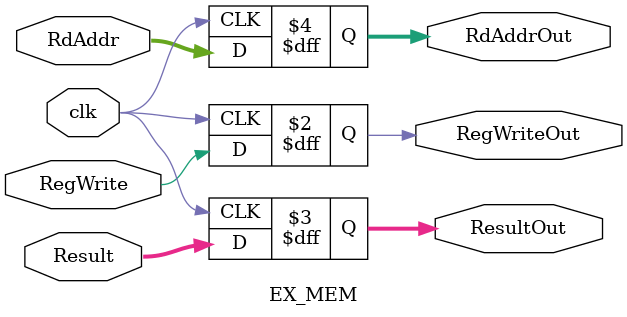
<source format=v>
module EX_MEM(
	// Outputs
	output reg RegWriteOut,
	output reg [31:0]ResultOut,
	output reg [4:0]RdAddrOut,
	// Inputs
	input wire RegWrite,
	input wire [31:0]Result,
	input wire [4:0]RdAddr,
	input wire clk
);

	always @ (posedge clk)
	begin
		RegWriteOut <= RegWrite;
		ResultOut <= Result;
		RdAddrOut <= RdAddr;
	end
endmodule
</source>
